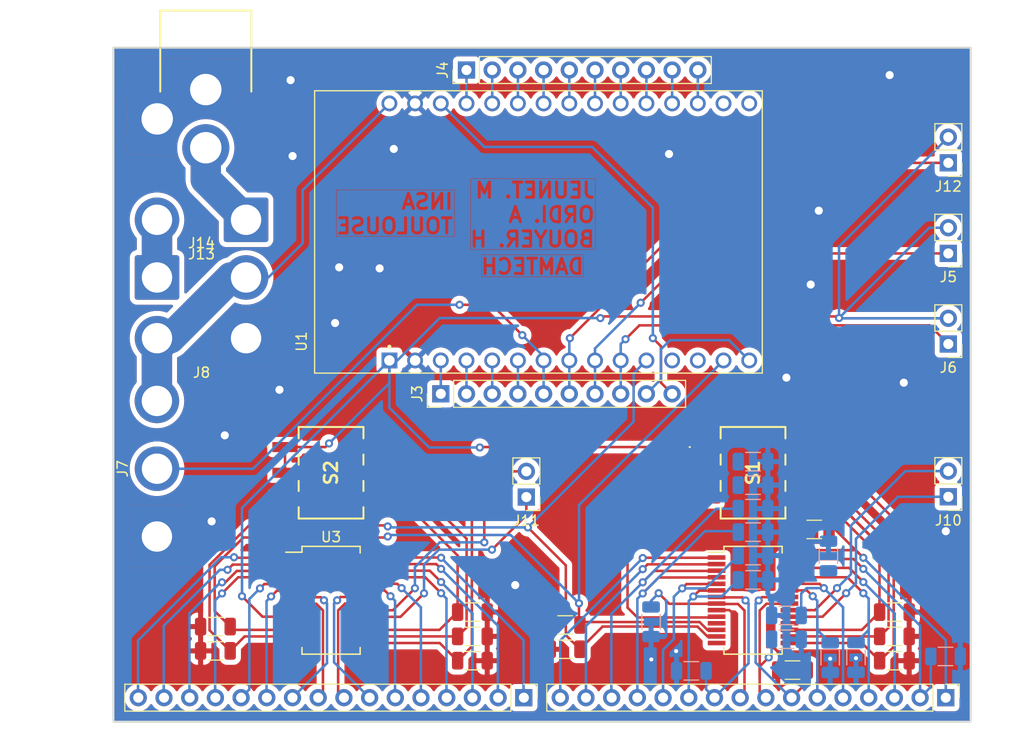
<source format=kicad_pcb>
(kicad_pcb (version 20221018) (generator pcbnew)
  (layers (0 "F.Cu" signal) (31 "B.Cu" signal) (34 "B.Paste" user) (35 "F.Paste" user) (36 "B.SilkS" user "B.Silkscreen") (37 "F.SilkS" user "F.Silkscreen") (38 "B.Mask" user) (39 "F.Mask" user) (44 "Edge.Cuts" user))
  (net 0 "")
  (net 1 "Net-(J1-Pin_1)")
  (net 2 "Net-(J1-Pin_2)")
  (net 3 "Net-(J1-Pin_3)")
  (net 4 "Net-(J1-Pin_4)")
  (net 5 "Net-(J1-Pin_5)")
  (net 6 "Net-(J1-Pin_6)")
  (net 7 "Net-(J1-Pin_7)")
  (net 8 "Net-(J1-Pin_8)")
  (net 9 "Net-(J1-Pin_9)")
  (net 10 "Net-(J1-Pin_10)")
  (net 11 "Net-(J1-Pin_11)")
  (net 12 "Net-(J1-Pin_12)")
  (net 13 "Net-(J1-Pin_13)")
  (net 14 "Net-(J1-Pin_14)")
  (net 15 "Net-(J1-Pin_15)")
  (net 16 "Net-(J1-Pin_16)")
  (net 17 "Net-(J2-Pin_1)")
  (net 18 "Net-(J2-Pin_2)")
  (net 19 "Net-(J2-Pin_3)")
  (net 20 "Net-(J2-Pin_4)")
  (net 21 "Net-(J2-Pin_5)")
  (net 22 "Net-(J2-Pin_6)")
  (net 23 "Net-(J2-Pin_7)")
  (net 24 "Net-(J2-Pin_8)")
  (net 25 "Net-(J2-Pin_9)")
  (net 26 "Net-(J2-Pin_10)")
  (net 27 "Net-(J2-Pin_11)")
  (net 28 "Net-(J2-Pin_12)")
  (net 29 "Net-(J2-Pin_13)")
  (net 30 "Net-(J2-Pin_14)")
  (net 31 "Net-(J2-Pin_15)")
  (net 32 "Net-(J2-Pin_16)")
  (net 33 "/COLL_IN_1")
  (net 34 "/COLL_IN_2")
  (net 35 "/COLL_IN_3")
  (net 36 "/COLL_IN_4")
  (net 37 "/COLL_IN_5")
  (net 38 "/BP 3")
  (net 39 "/BP 2")
  (net 40 "/BP 1")
  (net 41 "/COLL_IN_9")
  (net 42 "/COLL_IN_10")
  (net 43 "/LIGN_IN_1")
  (net 44 "/LIGN_IN_2")
  (net 45 "/LIGN_IN_3")
  (net 46 "/LIGN_IN_4")
  (net 47 "/LIGN_IN_5")
  (net 48 "/LIGN_IN_6")
  (net 49 "/LIGN_IN_7")
  (net 50 "/LIGN_IN_8")
  (net 51 "/LIGN_IN_9")
  (net 52 "/LIGN_IN_10")
  (net 53 "/3.3")
  (net 54 "/5V")
  (net 55 "GND")
  (net 56 "Net-(J10-Pin_1)")
  (net 57 "Net-(J10-Pin_2)")
  (net 58 "Net-(J11-Pin_1)")
  (net 59 "Net-(J11-Pin_2)")
  (net 60 "/MCP23017_SS I2C SDA")
  (net 61 "/MCP23017_SS I2C SCK")
  (net 62 "Net-(S2-NO_1)")
  (net 63 "Net-(S2-NO_2)")
  (net 64 "Net-(S2-NO_3)")
  (net 65 "Net-(S1-NO_1)")
  (net 66 "Net-(S1-NO_2)")
  (net 67 "Net-(S1-NO_3)")
  (net 78 "Net-(J13-Pin_1)")
  (net 79 "Net-(J13-Pin_2)")
  (footprint "Resistor_SMD:R_1206_3216Metric" (layer "F.Cu") (at 142.25 124.9 180)
    (fp_text reference "R9" hide)
    (fp_text value "10k" hide)
  )
  (footprint "151-7620E-E:1517620EE" (layer "F.Cu") (at 82.12 87.18)
    (fp_text reference "J9" hide)
    (fp_text value "151-7620E-E" hide)
  )
  (footprint "Connector_PinHeader_2.54mm:PinHeader_1x02_P2.54mm_Vertical" (layer "F.Cu") (at 155.5 121.675 180)
    (fp_text reference "J10")
    (fp_text value "INTAB MCP23017 1")
  )
  (footprint "Resistor_SMD:R_1206_3216Metric" (layer "F.Cu") (at 150.17 137.868735)
    (fp_text reference "R11" hide)
    (fp_text value "10k" hide)
  )
  (footprint "CFS-0302TB:CFS0302TB" (layer "F.Cu") (at 136.2 119.3 -90)
    (fp_text reference "S1")
    (fp_text value "CFS-0302TB" hide)
  )
  (footprint "Connector_PinHeader_2.54mm:PinHeader_1x10_P2.54mm_Vertical" (layer "F.Cu") (at 105.345 111.5 90)
    (fp_text reference "J3")
    (fp_text value "Conn_01x10_Pin")
  )
  (footprint "Resistor_SMD:R_1206_3216Metric" (layer "F.Cu") (at 117.63 136.74 180)
    (fp_text reference "R1" hide)
    (fp_text value "10k" hide)
  )
  (footprint "Connector_PinHeader_2.54mm:PinHeader_1x02_P2.54mm_Vertical" (layer "F.Cu") (at 155.5 97.625 180)
    (fp_text reference "J5")
    (fp_text value "BP 2")
  )
  (footprint "Resistor_SMD:R_1206_3216Metric" (layer "F.Cu") (at 117.63 134.34 180)
    (fp_text reference "R2" hide)
    (fp_text value "10k" hide)
  )
  (footprint "Connector_PinHeader_2.54mm:PinHeader_1x02_P2.54mm_Vertical" (layer "F.Cu") (at 155.5 88.675 180)
    (fp_text reference "J12")
    (fp_text value "BP 3")
  )
  (footprint "Connector_PinHeader_2.54mm:PinHeader_1x16_P2.54mm_Vertical" (layer "F.Cu") (at 155.25 141.525 -90)
    (fp_text reference "J1" hide)
    (fp_text value "Conn_01x16_Pin" hide)
  )
  (footprint "ESP32-DEVKITC-32D:MODULE_ESP32-DEVKITC-32D" (layer "F.Cu") (at 120.025 95.5 90)
    (fp_text reference "U1")
    (fp_text value "ESP32-DEVKITC-32D")
  )
  (footprint "Connector_PinHeader_2.54mm:PinHeader_1x02_P2.54mm_Vertical" (layer "F.Cu") (at 155.5 106.575 180)
    (fp_text reference "J6")
    (fp_text value "BP 1")
  )
  (footprint "Connector_Wire:SolderWire-2.5sqmm_1x03_P8.8mm_D2.4mm_OD4.4mm" (layer "F.Cu") (at 77.3 127.7 90)
    (fp_text reference "J7")
    (fp_text value "LED PIN")
  )
  (footprint "Connector_PinHeader_2.54mm:PinHeader_1x16_P2.54mm_Vertical" (layer "F.Cu") (at 113.55 141.525 -90)
    (fp_text reference "J2" hide)
    (fp_text value "Conn_01x16_Pin" hide)
  )
  (footprint "Connector_Wire:SolderWire-2.5sqmm_1x02_P8.8mm_D2.4mm_OD4.4mm" (layer "F.Cu") (at 86.1 94.3 180)
    (fp_text reference "J13")
    (fp_text value "FUZE")
  )
  (footprint "Resistor_SMD:R_1206_3216Metric" (layer "F.Cu") (at 150.17 135.468735)
    (fp_text reference "R12" hide)
    (fp_text value "10k" hide)
  )
  (footprint "Package_SO:SSOP-28_5.3x10.2mm_P0.65mm" (layer "F.Cu") (at 136.2 131.9)
    (fp_text reference "U2" hide)
    (fp_text value "MCP23017_SS 1")
  )
  (footprint "Resistor_SMD:R_1206_3216Metric" (layer "F.Cu") (at 150.17 133.068735)
    (fp_text reference "R13" hide)
    (fp_text value "10k" hide)
  )
  (footprint "Connector_Wire:SolderWire-2.5sqmm_1x02_P8.8mm_D2.4mm_OD4.4mm" (layer "F.Cu") (at 77.3 100)
    (fp_text reference "J14")
    (fp_text value "INT")
  )
  (footprint "Resistor_SMD:R_1206_3216Metric" (layer "F.Cu") (at 108.47 137.868735)
    (fp_text reference "R5" hide)
    (fp_text value "10k" hide)
  )
  (footprint "Connector_PinHeader_2.54mm:PinHeader_1x02_P2.54mm_Vertical" (layer "F.Cu") (at 113.8 121.7 180)
    (fp_text reference "J11")
    (fp_text value "INTAB MCP23017 2")
  )
  (footprint "Resistor_SMD:R_1206_3216Metric" (layer "F.Cu") (at 140.1 138.8 180)
    (fp_text reference "R18" hide)
    (fp_text value "10k" hide)
  )
  (footprint "Resistor_SMD:R_1206_3216Metric" (layer "F.Cu") (at 83.07 136.9 180)
    (fp_text reference "R3" hide)
    (fp_text value "10k" hide)
  )
  (footprint "Resistor_SMD:R_1206_3216Metric" (layer "F.Cu") (at 108.47 133.068735)
    (fp_text reference "R7" hide)
    (fp_text value "10k" hide)
  )
  (footprint "Resistor_SMD:R_1206_3216Metric" (layer "F.Cu") (at 108.47 135.468735)
    (fp_text reference "R6" hide)
    (fp_text value "10k" hide)
  )
  (footprint "Connector_PinHeader_2.54mm:PinHeader_1x10_P2.54mm_Vertical" (layer "F.Cu") (at 107.885 79.5 90)
    (fp_text reference "J4")
    (fp_text value "Conn_01x10_Pin")
  )
  (footprint "CFS-0302TB:CFS0302TB" (layer "F.Cu") (at 94.5 119.3 -90)
    (fp_text reference "S2")
    (fp_text value "CFS-0302TB" hide)
  )
  (footprint "Connector_Wire:SolderWire-2.5sqmm_1x02_P8.8mm_D2.4mm_OD4.4mm" (layer "F.Cu") (at 86.1 106 180)
    (fp_text reference "J8")
    (fp_text value "SEC ALIM LED")
  )
  (footprint "Package_SO:SSOP-28_5.3x10.2mm_P0.65mm" (layer "F.Cu") (at 94.5 131.9)
    (fp_text reference "U3")
    (fp_text value "MCP23017_SS 2")
  )
  (footprint "Resistor_SMD:R_1206_3216Metric" (layer "F.Cu") (at 83.07 134.5 180)
    (fp_text reference "R4" hide)
    (fp_text value "10k" hide)
  )
  (footprint "Resistor_SMD:R_1206_3216Metric" (layer "B.Cu") (at 126.125 134.025 -90)
    (fp_text reference "R20" hide)
    (fp_text value "10k" hide)
  )
  (footprint "Resistor_SMD:R_1206_3216Metric" (layer "B.Cu") (at 155.225 137.45)
    (fp_text reference "R10" hide)
    (fp_text value "10k" hide)
  )
  (footprint "Resistor_SMD:R_1206_3216Metric" (layer "B.Cu") (at 136.2 122.845452)
    (fp_text reference "R25" hide)
    (fp_text value "10k" hide)
  )
  (footprint "Resistor_SMD:R_1206_3216Metric" (layer "B.Cu") (at 136.2 127.486358)
    (fp_text reference "R23" hide)
    (fp_text value "10k" hide)
  )
  (footprint "Resistor_SMD:R_1206_3216Metric" (layer "B.Cu") (at 136.2 125.165904)
    (fp_text reference "R24" hide)
    (fp_text value "10k" hide)
  )
  (footprint "Resistor_SMD:R_1206_3216Metric" (layer "B.Cu") (at 143.825 137.575 -90)
    (fp_text reference "R17" hide)
    (fp_text value "10k" hide)
  )
  (footprint "Resistor_SMD:R_1206_3216Metric" (layer "B.Cu") (at 136.2 120.525)
    (fp_text reference "R26" hide)
    (fp_text value "10k" hide)
  )
  (footprint "Resistor_SMD:R_1206_3216Metric" (layer "B.Cu") (at 146.375 137.55 -90)
    (fp_text reference "R15" hide)
    (fp_text value "10k" hide)
  )
  (footprint "Resistor_SMD:R_1206_3216Metric" (layer "B.Cu") (at 139.5 135.75)
    (fp_text reference "R19" hide)
    (fp_text value "10k" hide)
  )
  (footprint "Resistor_SMD:R_1206_3216Metric" (layer "B.Cu") (at 143.65 127.525 90)
    (fp_text reference "R14" hide)
    (fp_text value "10k" hide)
  )
  (footprint "Resistor_SMD:R_1206_3216Metric" (layer "B.Cu") (at 136.2 118.2)
    (fp_text reference "R27" hide)
    (fp_text value "10k" hide)
  )
  (footprint "Resistor_SMD:R_1206_3216Metric" (layer "B.Cu") (at 130.1 138.875 180)
    (fp_text reference "R21" hide)
    (fp_text value "10k" hide)
  )
  (footprint "Resistor_SMD:R_1206_3216Metric" (layer "B.Cu") (at 136.2 129.885938)
    (fp_text reference "R22" hide)
    (fp_text value "10k" hide)
  )
  (footprint "Resistor_SMD:R_1206_3216Metric" (layer "B.Cu") (at 139.5 133.4 180)
    (fp_text reference "R16" hide)
    (fp_text value "10k" hide)
  )
  (gr_rect (start 73 77.3) (end 157.7 143.9) (stroke (width 0.2)) (fill none) (layer "Edge.Cuts"))
  (gr_text "JEUNET. M\nORDI. A\nBOUYER. H" (at 120.7 97.1) (layer "B.Cu" knockout) (effects (font (size 1.5 1.5) (thickness 0.3) bold) (justify left bottom mirror)))
  (gr_text "INSA\nTOULOUSE" (at 106.7 95.8) (layer "B.Cu" knockout) (effects (font (size 1.5 1.5) (thickness 0.3) bold) (justify left bottom mirror)))
  (gr_text "DAMTECH" (at 119.628571 99.8) (layer "B.Cu" knockout) (effects (font (size 1.5 1.5) (thickness 0.3) bold) (justify left bottom mirror)))
  (segment (start 146.35 126.95) (end 140.525 126.95) (width 0.25) (layer "F.Cu") (net 1))
  (segment (start 143.7125 124.9) (end 144.3 124.9) (width 0.25) (layer "F.Cu") (net 1))
  (segment (start 140.525 126.95) (end 139.8 127.675) (width 0.25) (layer "F.Cu") (net 1))
  (segment (start 147.1 127.7) (end 146.35 126.95) (width 0.25) (layer "F.Cu") (net 1))
  (segment (start 144.3 124.9) (end 147.1 127.7) (width 0.25) (layer "F.Cu") (net 1))
  (via (at 147.1 127.7) (size 0.8) (drill 0.4) (layers "F.Cu" "B.Cu") (net 1))
  (segment (start 155.25 135.85) (end 147.1 127.7) (width 0.25) (layer "B.Cu") (net 1))
  (segment (start 155.25 141.525) (end 155.25 135.85) (width 0.25) (layer "B.Cu") (net 1))
  (segment (start 147.1 128.8) (end 146.125 127.825) (width 0.25) (layer "F.Cu") (net 2))
  (segment (start 146.125 127.825) (end 141.20962 127.825) (width 0.25) (layer "F.Cu") (net 2))
  (segment (start 140.70962 128.325) (end 139.8 128.325) (width 0.25) (layer "F.Cu") (net 2))
  (segment (start 141.20962 127.825) (end 140.70962 128.325) (width 0.25) (layer "F.Cu") (net 2))
  (via (at 147.1 128.8) (size 0.8) (drill 0.4) (layers "F.Cu" "B.Cu") (net 2))
  (segment (start 152.71 141.525) (end 152.71 134.41) (width 0.25) (layer "B.Cu") (net 2))
  (segment (start 152.71 134.41) (end 147.1 128.8) (width 0.25) (layer "B.Cu") (net 2))
  (segment (start 153.7625 137.45) (end 153.7625 140.4725) (width 0.25) (layer "B.Cu") (net 2))
  (segment (start 153.7625 140.4725) (end 152.71 141.525) (width 0.25) (layer "B.Cu") (net 2))
  (segment (start 140.70962 128.975) (end 140.98462 128.7) (width 0.25) (layer "F.Cu") (net 3))
  (segment (start 145.7 128.7) (end 147.1 130.1) (width 0.25) (layer "F.Cu") (net 3))
  (segment (start 139.8 128.975) (end 140.70962 128.975) (width 0.25) (layer "F.Cu") (net 3))
  (segment (start 140.98462 128.7) (end 145.7 128.7) (width 0.25) (layer "F.Cu") (net 3))
  (via (at 147.1 130.1) (size 0.8) (drill 0.4) (layers "F.Cu" "B.Cu") (net 3))
  (segment (start 150.2 133.2) (end 147.1 130.1) (width 0.25) (layer "B.Cu") (net 3))
  (segment (start 150.17 141.525) (end 150.2 141.495) (width 0.25) (layer "B.Cu") (net 3))
  (segment (start 150.2 141.495) (end 150.2 133.2) (width 0.25) (layer "B.Cu") (net 3))
  (segment (start 145.525 129.625) (end 139.8 129.625) (width 0.25) (layer "F.Cu") (net 4))
  (segment (start 147.1 131.2) (end 145.525 129.625) (width 0.25) (layer "F.Cu") (net 4))
  (via (at 147.1 131.2) (size 0.8) (drill 0.4) (layers "F.Cu" "B.Cu") (net 4))
  (segment (start 147.63 131.73) (end 147.1 131.2) (width 0.25) (layer "B.Cu") (net 4))
  (segment (start 147.63 132.625) (end 147.63 131.73) (width 0.25) (layer "B.Cu") (net 4))
  (segment (start 146.375 136.0875) (end 147.63 134.8325) (width 0.25) (layer "B.Cu") (net 4))
  (segment (start 147.63 141.525) (end 147.63 132.625) (width 0.25) (layer "B.Cu") (net 4))
  (segment (start 147.63 134.8325) (end 147.63 132.625) (width 0.25) (layer "B.Cu") (net 4))
  (segment (start 142.775 130.275) (end 143.2 130.7) (width 0.25) (layer "F.Cu") (net 5))
  (segment (start 139.8 130.275) (end 142.775 130.275) (width 0.25) (layer "F.Cu") (net 5))
  (via (at 143.2 130.7) (size 0.8) (drill 0.4) (layers "F.Cu" "B.Cu") (net 5))
  (segment (start 141.5 130.7) (end 143.2 130.7) (width 0.25) (layer "B.Cu") (net 5))
  (segment (start 140.9625 131.2375) (end 141.5 130.7) (width 0.25) (layer "B.Cu") (net 5))
  (segment (start 143.2 130.7) (end 145.1 132.6) (width 0.25) (layer "B.Cu") (net 5))
  (segment (start 145.1 141.515) (end 145.09 141.525) (width 0.25) (layer "B.Cu") (net 5))
  (segment (start 140.9625 133.4) (end 140.9625 131.2375) (width 0.25) (layer "B.Cu") (net 5))
  (segment (start 145.1 132.6) (end 145.1 141.515) (width 0.25) (layer "B.Cu") (net 5))
  (segment (start 139.8 130.925) (end 141.525 130.925) (width 0.25) (layer "F.Cu") (net 6))
  (segment (start 141.525 130.925) (end 142.1 131.5) (width 0.25) (layer "F.Cu") (net 6))
  (via (at 142.1 131.5) (size 0.8) (drill 0.4) (layers "F.Cu" "B.Cu") (net 6))
  (segment (start 142.55 133.475) (end 142.55 134.2) (width 0.25) (layer "B.Cu") (net 6))
  (segment (start 142.55 134.8375) (end 142.55 133.475) (width 0.25) (layer "B.Cu") (net 6))
  (segment (start 142.55 131.95) (end 142.55 133.475) (width 0.25) (layer "B.Cu") (net 6))
  (segment (start 143.825 136.1125) (end 142.55 134.8375) (width 0.25) (layer "B.Cu") (net 6))
  (segment (start 142.1 131.5) (end 142.55 131.95) (width 0.25) (layer "B.Cu") (net 6))
  (segment (start 142.55 134.2) (end 142.55 141.525) (width 0.25) (layer "B.Cu") (net 6))
  (segment (start 142.55 134.8375) (end 142.55 134.2) (width 0.25) (layer "B.Cu") (net 6))
  (segment (start 140.01 141.525) (end 141.5625 139.9725) (width 0.25) (layer "F.Cu") (net 7))
  (segment (start 139.7325 131.5925) (end 137.082494 131.5925) (width 0.25) (layer "F.Cu") (net 7))
  (segment (start 141.5625 139.9725) (end 141.5625 138.8) (width 0.25) (layer "F.Cu") (net 7))
  (segment (start 137.082494 131.5925) (end 136.7575 131.917494) (width 0.25) (layer "F.Cu") (net 7))
  (via (at 136.7575 131.917494) (size 0.8) (drill 0.4) (layers "F.Cu" "B.Cu") (net 7))
  (segment (start 139.9425 141.5425) (end 136.4575 138.0575) (width 0.25) (layer "B.Cu") (net 7))
  (segment (start 136.4575 138.0575) (end 136.4575 132.217494) (width 0.25) (layer "B.Cu") (net 7))
  (segment (start 136.4575 132.217494) (end 136.7575 131.917494) (width 0.25) (layer "B.Cu") (net 7))
  (segment (start 137.5325 132.2425) (end 136.8575 132.9175) (width 0.25) (layer "F.Cu") (net 8))
  (segment (start 139.7325 132.2425) (end 137.5325 132.2425) (width 0.25) (layer "F.Cu") (net 8))
  (segment (start 136.8575 139.6) (end 136.8575 140.9975) (width 0.25) (layer "F.Cu") (net 8))
  (segment (start 136.8575 140.9975) (end 137.4025 141.5425) (width 0.25) (layer "F.Cu") (net 8))
  (segment (start 137.752048 137.548282) (end 136.8575 138.44283) (width 0.25) (layer "F.Cu") (net 8))
  (segment (start 136.8575 132.9175) (end 136.8575 139.6) (width 0.25) (layer "F.Cu") (net 8))
  (segment (start 136.8575 138.44283) (end 136.8575 139.6) (width 0.25) (layer "F.Cu") (net 8))
  (via (at 137.752048 137.548282) (size 0.8) (drill 0.4) (layers "F.Cu" "B.Cu") (net 8))
  (segment (start 138.0375 137.26283) (end 137.752048 137.548282) (width 0.25) (layer "B.Cu") (net 8))
  (segment (start 138.0375 135.75) (end 138.0375 137.26283) (width 0.25) (layer "B.Cu") (net 8))
  (segment (start 134.7075 132.2675) (end 135.3575 132.9175) (width 0.25) (layer "F.Cu") (net 9))
  (segment (start 127.925 132.25) (end 132.575 132.25) (width 0.25) (layer "F.Cu") (net 9))
  (segment (start 126.875 131.2) (end 127.925 132.25) (width 0.25) (layer "F.Cu") (net 9))
  (segment (start 135.3575 132.9175) (end 135.3575 141.0725) (width 0.25) (layer "F.Cu") (net 9))
  (segment (start 135.3575 141.0725) (end 134.8625 141.5675) (width 0.25) (layer "F.Cu") (net 9))
  (segment (start 132.575 132.25) (end 132.6 132.225) (width 0.25) (layer "F.Cu") (net 9))
  (segment (start 132.5325 132.2675) (end 134.7075 132.2675) (width 0.25) (layer "F.Cu") (net 9))
  (via (at 126.875 131.2) (size 0.8) (drill 0.4) (layers "F.Cu" "B.Cu") (net 9))
  (segment (start 126.125 131.95) (end 126.875 131.2) (width 0.25) (layer "B.Cu") (net 9))
  (segment (start 126.125 132.5625) (end 126.125 131.95) (width 0.25) (layer "B.Cu") (net 9))
  (segment (start 135.1575 131.6175) (end 135.4575 131.9175) (width 0.25) (layer "F.Cu") (net 10))
  (segment (start 132.5325 131.6175) (end 135.1575 131.6175) (width 0.25) (layer "F.Cu") (net 10))
  (via (at 135.4575 131.9175) (size 0.8) (drill 0.4) (layers "F.Cu" "B.Cu") (net 10))
  (segment (start 131.5625 140.6975) (end 132.39 141.525) (width 0.25) (layer "B.Cu") (net 10))
  (segment (start 135.7575 132.2175) (end 135.4575 131.9175) (width 0.25) (layer "B.Cu") (net 10))
  (segment (start 131.5625 138.875) (end 131.5625 140.6975) (width 0.25) (layer "B.Cu") (net 10))
  (segment (start 135.7575 138.1325) (end 135.7575 132.2175) (width 0.25) (layer "B.Cu") (net 10))
  (segment (start 132.3225 141.5675) (end 135.7575 138.1325) (width 0.25) (layer "B.Cu") (net 10))
  (segment (start 132.6 130.95) (end 130.875 130.95) (width 0.25) (layer "F.Cu") (net 11))
  (segment (start 130.875 130.95) (end 130.3 131.525) (width 0.25) (layer "F.Cu") (net 11))
  (via (at 130.3 131.525) (size 0.8) (drill 0.4) (layers "F.Cu" "B.Cu") (net 11))
  (segment (start 134.7375 129.885938) (end 133.098438 131.525) (width 0.25) (layer "B.Cu") (net 11))
  (segment (start 129.85 131.975) (end 129.85 141.55) (width 0.25) (layer "B.Cu") (net 11))
  (segment (start 133.098438 131.525) (end 130.3 131.525) (width 0.25) (layer "B.Cu") (net 11))
  (segment (start 130.3 131.525) (end 129.85 131.975) (width 0.25) (layer "B.Cu") (net 11))
  (segment (start 132.6 130.3) (end 129.625 130.3) (width 0.25) (layer "F.Cu") (net 12))
  (segment (start 129.625 130.3) (end 129.2 130.725) (width 0.25) (layer "F.Cu") (net 12))
  (via (at 129.2 130.725) (size 0.8) (drill 0.4) (layers "F.Cu" "B.Cu") (net 12))
  (segment (start 134.7375 127.486358) (end 131.498858 130.725) (width 0.25) (layer "B.Cu") (net 12))
  (segment (start 127.31 141.525) (end 127.31 136.79) (width 0.25) (layer "B.Cu") (net 12))
  (segment (start 128.375 135.725) (end 128.375 131.55) (width 0.25) (layer "B.Cu") (net 12))
  (segment (start 128.375 131.55) (end 129.2 130.725) (width 0.25) (layer "B.Cu") (net 12))
  (segment (start 127.325 141.535) (end 127.31 141.55) (width 0.25) (layer "B.Cu") (net 12))
  (segment (start 127.31 136.79) (end 128.375 135.725) (width 0.25) (layer "B.Cu") (net 12))
  (segment (start 131.498858 130.725) (end 129.2 130.725) (width 0.25) (layer "B.Cu") (net 12))
  (segment (start 126.875 129.65) (end 132.6 129.65) (width 0.25) (layer "F.Cu") (net 13))
  (segment (start 125.3 131.225) (end 126.875 129.65) (width 0.25) (layer "F.Cu") (net 13))
  (via (at 125.3 131.225) (size 0.8) (drill 0.4) (layers "F.Cu" "B.Cu") (net 13))
  (segment (start 131.453676 125.071324) (end 125.3 131.225) (width 0.25) (layer "B.Cu") (net 13))
  (segment (start 134.7375 125.071324) (end 131.453676 125.071324) (width 0.25) (layer "B.Cu") (net 13))
  (segment (start 124.77 141.55) (end 124.77 131.755) (width 0.25) (layer "B.Cu") (net 13))
  (segment (start 124.77 131.755) (end 125.3 131.225) (width 0.25) (layer "B.Cu") (net 13))
  (segment (start 126.425 129) (end 125.3 130.125) (width 0.25) (layer "F.Cu") (net 14))
  (segment (start 132.6 129) (end 126.425 129) (width 0.25) (layer "F.Cu") (net 14))
  (via (at 125.3 130.125) (size 0.8) (drill 0.4) (layers "F.Cu" "B.Cu") (net 14))
  (segment (start 122.23 141.55) (end 122.2 141.52) (width 0.25) (layer "B.Cu") (net 14))
  (segment (start 122.2 133.225) (end 125.3 130.125) (width 0.25) (layer "B.Cu") (net 14))
  (segment (start 122.2 141.52) (end 122.2 133.225) (width 0.25) (layer "B.Cu") (net 14))
  (segment (start 132.569322 122.855678) (end 125.3 130.125) (width 0.25) (layer "B.Cu") (net 14))
  (segment (start 134.7375 122.855678) (end 132.569322 122.855678) (width 0.25) (layer "B.Cu") (net 14))
  (segment (start 125.775 128.35) (end 132.6 128.35) (width 0.25) (layer "F.Cu") (net 15))
  (segment (start 125.3 128.825) (end 125.775 128.35) (width 0.25) (layer "F.Cu") (net 15))
  (via (at 125.3 128.825) (size 0.8) (drill 0.4) (layers "F.Cu" "B.Cu") (net 15))
  (segment (start 119.69 141.55) (end 119.69 134.435) (width 0.25) (layer "B.Cu") (net 15))
  (segment (start 119.69 134.435) (end 125.3 128.825) (width 0.25) (layer "B.Cu") (net 15))
  (segment (start 125.325 127.7) (end 132.6 127.7) (width 0.25) (layer "F.Cu") (net 16))
  (segment (start 125.3 127.725) (end 125.325 127.7) (width 0.25) (layer "F.Cu") (net 16))
  (via (at 125.3 127.725) (size 0.8) (drill 0.4) (layers "F.Cu" "B.Cu") (net 16))
  (segment (start 117.15 135.875) (end 125.3 127.725) (width 0.25) (layer "B.Cu") (net 16))
  (segment (start 117.15 141.55) (end 117.15 135.875) (width 0.25) (layer "B.Cu") (net 16))
  (segment (start 105.375 127.7) (end 105.35 127.675) (width 0.25) (layer "F.Cu") (net 17))
  (segment (start 105.35 127.675) (end 98.075 127.675) (width 0.25) (layer "F.Cu") (net 17))
  (via (at 105.375 127.7) (size 0.8) (drill 0.4) (layers "F.Cu" "B.Cu") (net 17))
  (segment (start 113.525 141.525) (end 113.525 135.85) (width 0.25) (layer "B.Cu") (net 17))
  (segment (start 113.525 135.85) (end 105.375 127.7) (width 0.25) (layer "B.Cu") (net 17))
  (segment (start 104.9 128.325) (end 98.075 128.325) (width 0.25) (layer "F.Cu") (net 18))
  (segment (start 105.375 128.8) (end 104.9 128.325) (width 0.25) (layer "F.Cu") (net 18))
  (via (at 105.375 128.8) (size 0.8) (drill 0.4) (layers "F.Cu" "B.Cu") (net 18))
  (segment (start 110.985 134.41) (end 105.375 128.8) (width 0.25) (layer "B.Cu") (net 18))
  (segment (start 110.985 141.525) (end 110.985 134.41) (width 0.25) (layer "B.Cu") (net 18))
  (segment (start 98.075 128.975) (end 104.25 128.975) (width 0.25) (layer "F.Cu") (net 19))
  (segment (start 104.25 128.975) (end 105.375 130.1) (width 0.25) (layer "F.Cu") (net 19))
  (via (at 105.375 130.1) (size 0.8) (drill 0.4) (layers "F.Cu" "B.Cu") (net 19))
  (segment (start 108.475 141.495) (end 108.475 133.2) (width 0.25) (layer "B.Cu") (net 19))
  (segment (start 108.445 141.525) (end 108.475 141.495) (width 0.25) (layer "B.Cu") (net 19))
  (segment (start 108.475 133.2) (end 105.375 130.1) (width 0.25) (layer "B.Cu") (net 19))
  (segment (start 105.375 131.2) (end 103.8 129.625) (width 0.25) (layer "F.Cu") (net 20))
  (segment (start 103.8 129.625) (end 98.075 129.625) (width 0.25) (layer "F.Cu") (net 20))
  (via (at 105.375 131.2) (size 0.8) (drill 0.4) (layers "F.Cu" "B.Cu") (net 20))
  (segment (start 105.905 131.73) (end 105.375 131.2) (width 0.25) (layer "B.Cu") (net 20))
  (segment (start 105.905 141.525) (end 105.905 131.73) (width 0.25) (layer "B.Cu") (net 20))
  (segment (start 101.05 130.275) (end 101.475 130.7) (width 0.25) (layer "F.Cu") (net 21))
  (segment (start 98.075 130.275) (end 101.05 130.275) (width 0.25) (layer "F.Cu") (net 21))
  (via (at 101.475 130.7) (size 0.8) (drill 0.4) (layers "F.Cu" "B.Cu") (net 21))
  (segment (start 103.375 141.515) (end 103.365 141.525) (width 0.25) (layer "B.Cu") (net 21))
  (segment (start 101.475 130.7) (end 103.375 132.6) (width 0.25) (layer "B.Cu") (net 21))
  (segment (start 103.375 132.6) (end 103.375 141.515) (width 0.25) (layer "B.Cu") (net 21))
  (segment (start 98.075 130.925) (end 99.8 130.925) (width 0.25) (layer "F.Cu") (net 22))
  (segment (start 99.8 130.925) (end 100.375 131.5) (width 0.25) (layer "F.Cu") (net 22))
  (via (at 100.375 131.5) (size 0.8) (drill 0.4) (layers "F.Cu" "B.Cu") (net 22))
  (segment (start 100.825 131.95) (end 100.825 141.525) (width 0.25) (layer "B.Cu") (net 22))
  (segment (start 100.375 131.5) (end 100.825 131.95) (width 0.25) (layer "B.Cu") (net 22))
  (segment (start 98.075 131.575) (end 95.424994 131.575) (width 0.25) (layer "F.Cu") (net 23))
  (segment (start 95.424994 131.575) (end 95.1 131.899994) (width 0.25) (layer "F.Cu") (net 23))
  (via (at 95.1 131.899994) (size 0.8) (drill 0.4) (layers "F.Cu" "B.Cu") (net 23))
  (segment (start 94.8 132.199994) (end 95.1 131.899994) (width 0.25) (layer "B.Cu") (net 23))
  (segment (start 98.285 141.525) (end 94.8 138.04) (width 0.25) (layer "B.Cu") (net 23))
  (segment (start 94.8 138.04) (end 94.8 132.199994) (width 0.25) (layer "B.Cu") (net 23))
  (segment (start 95.2 140.98) (end 95.745 141.525) (width 0.25) (layer "F.Cu") (net 24))
  (segment (start 95.875 132.225) (end 95.2 132.9) (width 0.25) (layer "F.Cu") (net 24))
  (segment (start 95.2 132.9) (end 95.2 140.98) (width 0.25) (layer "F.Cu") (net 24))
  (segment (start 98.075 132.225) (end 95.875 132.225) (width 0.25) (layer "F.Cu") (net 24))
  (segment (start 93.7 141.055) (end 93.205 141.55) (width 0.25) (layer "F.Cu") (net 25))
  (segment (start 90.875 132.25) (end 93.05 132.25) (width 0.25) (layer "F.Cu") (net 25))
  (segment (start 93.05 132.25) (end 93.7 132.9) (width 0.25) (layer "F.Cu") (net 25))
  (segment (start 93.7 132.9) (end 93.7 141.055) (width 0.25) (layer "F.Cu") (net 25))
  (segment (start 93.5 131.6) (end 93.8 131.9) (width 0.25) (layer "F.Cu") (net 26))
  (segment (start 90.875 131.6) (end 93.5 131.6) (width 0.25) (layer "F.Cu") (net 26))
  (via (at 93.8 131.9) (size 0.8) (drill 0.4) (layers "F.Cu" "B.Cu") (net 26))
  (segment (start 94.1 132.2) (end 93.8 131.9) (width 0.25) (layer "B.Cu") (net 26))
  (segment (start 90.665 141.55) (end 94.1 138.115) (width 0.25) (layer "B.Cu") (net 26))
  (segment (start 94.1 138.115) (end 94.1 132.2) (width 0.25) (layer "B.Cu") (net 26))
  (segment (start 89.15 130.95) (end 88.575 131.525) (width 0.25) (layer "F.Cu") (net 27))
  (segment (start 90.875 130.95) (end 89.15 130.95) (width 0.25) (layer "F.Cu") (net 27))
  (via (at 88.575 131.525) (size 0.8) (drill 0.4) (layers "F.Cu" "B.Cu") (net 27))
  (segment (start 88.575 131.525) (end 88.125 131.975) (width 0.25) (layer "B.Cu") (net 27))
  (segment (start 88.125 131.975) (end 88.125 141.55) (width 0.25) (layer "B.Cu") (net 27))
  (segment (start 90.875 130.3) (end 87.9 130.3) (width 0.25) (layer "F.Cu") (net 28))
  (segment (start 87.9 130.3) (end 87.475 130.725) (width 0.25) (layer "F.Cu") (net 28))
  (via (at 87.475 130.725) (size 0.8) (drill 0.4) (layers "F.Cu" "B.Cu") (net 28))
  (segment (start 87.475 130.725) (end 86.425 131.775) (width 0.25) (layer "B.Cu") (net 28))
  (segment (start 86.425 131.775) (end 86.425 140.71) (width 0.25) (layer "B.Cu") (net 28))
  (segment (start 86.425 140.71) (end 85.585 141.55) (width 0.25) (layer "B.Cu") (net 28))
  (segment (start 85.325 129.625) (end 90.9 129.625) (width 0.25) (layer "F.Cu") (net 29))
  (segment (start 90.9 129.625) (end 90.875 129.6) (width 0.4) (layer "F.Cu") (net 29))
  (segment (start 83.725 131.225) (end 85.325 129.625) (width 0.25) (layer "F.Cu") (net 29))
  (via (at 83.725 131.225) (size 0.8) (drill 0.4) (layers "F.Cu" "B.Cu") (net 29))
  (segment (start 83.045 131.905) (end 83.725 131.225) (width 0.25) (layer "B.Cu") (net 29))
  (segment (start 83.045 141.55) (end 83.045 131.905) (width 0.25) (layer "B.Cu") (net 29))
  (segment (start 84.06184 130.125) (end 83.725 130.125) (width 0.25) (layer "F.Cu") (net 30))
  (segment (start 90.875 129) (end 85.18684 129) (width 0.25) (layer "F.Cu") (net 30))
  (segment (start 85.18684 129) (end 84.06184 130.125) (width 0.25) (layer "F.Cu") (net 30))
  (via (at 83.725 130.125) (size 0.8) (drill 0.4) (layers "F.Cu" "B.Cu") (net 30))
  (segment (start 80.505 133.195) (end 83.575 130.125) (width 0.25) (layer "B.Cu") (net 30))
  (segment (start 83.575 130.125) (end 83.725 130.125) (width 0.25) (layer "B.Cu") (net 30))
  (segment (start 80.505 141.55) (end 80.505 133.195) (width 0.25) (layer "B.Cu") (net 30))
  (segment (start 84.786533 128.375002) (end 84.271797 128.889738) (width 0.25) (layer "F.Cu") (net 31))
  (segment (start 90.875 128.35) (end 90.849998 128.375002) (width 0.25) (layer "F.Cu") (net 31))
  (segment (start 90.849998 128.375002) (end 84.786533 128.375002) (width 0.25) (layer "F.Cu") (net 31))
  (via (at 84.271797 128.889738) (size 0.8) (drill 0.4) (layers "F.Cu" "B.Cu") (net 31))
  (segment (start 83.510262 128.889738) (end 84.271797 128.889738) (width 0.25) (layer "B.Cu") (net 31))
  (segment (start 77.965 141.55) (end 77.965 134.435) (width 0.25) (layer "B.Cu") (net 31))
  (segment (start 77.965 134.435) (end 83.510262 128.889738) (width 0.25) (layer "B.Cu") (net 31))
  (segment (start 90.875 127.7) (end 84.961699 127.7) (width 0.25) (layer "F.Cu") (net 32))
  (segment (start 84.961699 127.7) (end 84.911701 127.650002) (width 0.25) (layer "F.Cu") (net 32))
  (via (at 84.911701 127.650002) (size 0.8) (drill 0.4) (layers "F.Cu" "B.Cu") (net 32))
  (segment (start 75.425 141.55) (end 75.425 135.875) (width 0.25) (layer "B.Cu") (net 32))
  (segment (start 83.649998 127.650002) (end 84.911701 127.650002) (width 0.25) (layer "B.Cu") (net 32))
  (segment (start 75.425 135.875) (end 83.649998 127.650002) (width 0.25) (layer "B.Cu") (net 32))
  (segment (start 105.345 108.2) (end 105.345 111.5) (width 0.25) (layer "B.Cu") (net 33))
  (segment (start 107.885 111.5) (end 107.885 108.2) (width 0.25) (layer "B.Cu") (net 34))
  (segment (start 110.425 108.2) (end 110.425 111.5) (width 0.25) (layer "B.Cu") (net 35))
  (segment (start 112.965 111.5) (end 112.965 108.2) (width 0.25) (layer "B.Cu") (net 36))
  (segment (start 107.2 102.7) (end 110.4 102.7) (width 0.25) (layer "F.Cu") (net 37))
  (segment (start 110.4 102.7) (end 113.4 105.7) (width 0.25) (layer "F.Cu") (net 37))
  (via (at 113.4 105.7) (size 0.8) (drill 0.4) (layers "F.Cu" "B.Cu") (net 37))
  (via (at 107.2 102.7) (size 0.8) (drill 0.4) (layers "F.Cu" "B.Cu") (net 37))
  (segment (start 86.8 118.9) (end 103 102.7) (width 0.25) (layer "B.Cu") (net 37))
  (segment (start 115.505 108.2) (end 115.505 111.5) (width 0.25) (layer "B.Cu") (net 37))
  (segment (start 115.505 107.805) (end 115.505 108.2) (width 0.25) (layer "B.Cu") (net 37))
  (segment (start 113.4 105.7) (end 115.505 107.805) (width 0.25) (layer "B.Cu") (net 37))
  (segment (start 77.3 118.9) (end 86.8 118.9) (width 0.25) (layer "B.Cu") (net 37))
  (segment (start 103 102.7) (end 107.2 102.7) (width 0.25) (layer "B.Cu") (net 37))
  (segment (start 118.1 106) (end 135.425 88.675) (width 0.25) (layer "F.Cu") (net 38))
  (segment (start 135.425 88.675) (end 155.5 88.675) (width 0.25) (layer "F.Cu") (net 38))
  (via (at 118.1 106) (size 0.8) (drill 0.4) (layers "F.Cu" "B.Cu") (net 38))
  (segment (start 118.045 111.5) (end 118.045 108.2) (width 0.25) (layer "B.Cu") (net 38))
  (segment (start 118.045 106.055) (end 118.1 106) (width 0.25) (layer "B.Cu") (net 38))
  (segment (start 118.045 108.2) (end 118.045 106.055) (width 0.25) (layer "B.Cu") (net 38))
  (segment (start 129.975 97.625) (end 125.1 102.5) (width 0.25) (layer "F.Cu") (net 39))
  (segment (start 155.5 97.625) (end 129.975 97.625) (width 0.25) (layer "F.Cu") (net 39))
  (via (at 125.1 102.5) (size 0.8) (drill 0.4) (layers "F.Cu" "B.Cu") (net 39))
  (segment (start 120.585 107.015) (end 120.585 108.2) (width 0.25) (layer "B.Cu") (net 39))
  (segment (start 120.585 108.2) (end 120.585 111.5) (width 0.25) (layer "B.Cu") (net 39))
  (segment (start 125.1 102.5) (end 120.585 107.015) (width 0.25) (layer "B.Cu") (net 39))
  (segment (start 153.657089 104.732089) (end 155.5 106.575) (width 0.25) (layer "F.Cu") (net 40))
  (segment (start 123.125 108.061298) (end 123.125 108.2) (width 0.25) (layer "F.Cu") (net 40))
  (segment (start 123.6 106.1) (end 124.967911 104.732089) (width 0.25) (layer "F.Cu") (net 40))
  (segment (start 124.967911 104.732089) (end 153.657089 104.732089) (width 0.25) (layer "F.Cu") (net 40))
  (via (at 123.6 106.1) (size 0.8) (drill 0.4) (layers "F.Cu" "B.Cu") (net 40))
  (segment (start 123.125 111.5) (end 123.125 108.2) (width 0.25) (layer "B.Cu") (net 40))
  (segment (start 123.125 106.575) (end 123.6 106.1) (width 0.25) (layer "B.Cu") (net 40))
  (segment (start 123.125 108.2) (end 123.125 106.575) (width 0.25) (layer "B.Cu") (net 40))
  (segment (start 127.1 110.065) (end 127.1 107.1) (width 0.25) (layer "B.Cu") (net 41))
  (segment (start 127.1 107.1) (end 128 106.2) (width 0.25) (layer "B.Cu") (net 41))
  (segment (start 125.665 111.5) (end 127.1 110.065) (width 0.25) (layer "B.Cu") (net 41))
  (segment (start 128 106.2) (end 133.825 106.2) (width 0.25) (layer "B.Cu") (net 41))
  (segment (start 133.825 106.2) (end 135.825 108.2) (width 0.25) (layer "B.Cu") (net 41))
  (segment (start 128.205 111.5) (end 127.1 110.395) (width 0.25) (layer "F.Cu") (net 42))
  (segment (start 127.1 106.8) (end 126.3 106) (width 0.25) (layer "F.Cu") (net 42))
  (segment (start 127.1 110.395) (end 127.1 106.8) (width 0.25) (layer "F.Cu") (net 42))
  (via (at 126.3 106) (size 0.8) (drill 0.4) (layers "F.Cu" "B.Cu") (net 42))
  (segment (start 120.3 87.1) (end 109.645 87.1) (width 0.25) (layer "B.Cu") (net 42))
  (segment (start 126.3 106) (end 126.3 93.1) (width 0.25) (layer "B.Cu") (net 42))
  (segment (start 126.3 93.1) (end 120.3 87.1) (width 0.25) (layer "B.Cu") (net 42))
  (segment (start 109.645 87.1) (end 105.345 82.8) (width 0.25) (layer "B.Cu") (net 42))
  (segment (start 107.885 82.8) (end 107.885 79.5) (width 0.25) (layer "B.Cu") (net 43))
  (segment (start 110.425 79.5) (end 110.425 82.8) (width 0.25) (layer "B.Cu") (net 44))
  (segment (start 112.965 82.8) (end 112.965 79.5) (width 0.25) (layer "B.Cu") (net 45))
  (segment (start 115.505 79.5) (end 115.505 82.8) (width 0.25) (layer "B.Cu") (net 46))
  (segment (start 118.045 82.8) (end 118.045 79.5) (width 0.25) (layer "B.Cu") (net 47))
  (segment (start 120.585 79.5) (end 120.585 82.8) (width 0.25) (layer "B.Cu") (net 48))
  (segment (start 123.125 82.8) (end 123.125 79.5) (width 0.25) (layer "B.Cu") (net 49))
  (segment (start 125.665 79.5) (end 125.665 82.8) (width 0.25) (layer "B.Cu") (net 50))
  (segment (start 128.205 79.5) (end 128.205 82.8) (width 0.25) (layer "B.Cu") (net 51))
  (segment (start 130.745 79.5) (end 130.745 82.8) (width 0.25) (layer "B.Cu") (net 52))
  (segment (start 123.8 132.625) (end 124.775 133.6) (width 0.25) (layer "F.Cu") (net 53))
  (segment (start 144.542911 103.85) (end 144.7 104.007089) (width 0.25) (layer "F.Cu") (net 53))
  (segment (start 89.95 121.84) (end 89.95 119.3) (width 0.25) (layer "F.Cu") (net 53))
  (segment (start 155.5 104.035) (end 144.727911 104.035) (width 0.25) (layer "F.Cu") (net 53))
  (segment (start 123.8 127.075) (end 123.8 132.625) (width 0.25) (layer "F.Cu") (net 53))
  (segment (start 121.112653 104.012653) (end 121.275306 103.85) (width 0.25) (layer "F.Cu") (net 53))
  (segment (start 93.94 116.76) (end 89.95 116.76) (width 0.25) (layer "F.Cu") (net 53))
  (segment (start 89.95 119.3) (end 89.95 116.76) (width 0.25) (layer "F.Cu") (net 53))
  (segment (start 94.3 116.4) (end 93.94 116.76) (width 0.25) (layer "F.Cu") (net 53))
  (segment (start 124.775 133.6) (end 132.525 133.6) (width 0.25) (layer "F.Cu") (net 53))
  (segment (start 121.275306 103.85) (end 144.542911 103.85) (width 0.25) (layer "F.Cu") (net 53))
  (segment (start 90.9 133.525) (end 87.725 133.525) (width 0.25) (layer "F.Cu") (net 53))
  (segment (start 144.727911 104.035) (end 144.7 104.007089) (width 0.25) (layer "F.Cu") (net 53))
  (segment (start 131.65 121.84) (end 131.65 119.3) (width 0.25) (layer "F.Cu") (net 53))
  (segment (start 131.65 116.76) (end 131.65 119.3) (width 0.25) (layer "F.Cu") (net 53))
  (segment (start 129.035 121.84) (end 123.8 127.075) (width 0.25) (layer "F.Cu") (net 53))
  (segment (start 131.65 121.84) (end 129.035 121.84) (width 0.25) (layer "F.Cu") (net 53))
  (segment (start 131.65 116.76) (end 109.24 116.76) (width 0.25) (layer "F.Cu") (net 53))
  (segment (start 87.725 133.525) (end 85.7 131.5) (width 0.25) (layer "F.Cu") (net 53))
  (segment (start 132.525 133.6) (end 132.6 133.525) (width 0.25) (layer "F.Cu") (net 53))
  (segment (start 109.24 116.76) (end 109.2 116.8) (width 0.25) (layer "F.Cu") (net 53))
  (via (at 85.7 131.5) (size 0.8) (drill 0.4) (layers "F.Cu" "B.Cu") (net 53))
  (via (at 121.112653 104.012653) (size 0.8) (drill 0.4) (layers "F.Cu" "B.Cu") (net 53))
  (via (at 144.7 104.007089) (size 0.8) (drill 0.4) (layers "F.Cu" "B.Cu") (net 53))
  (via (at 109.2 116.8) (size 0.8) (drill 0.4) (layers "F.Cu" "B.Cu") (net 53))
  (via (at 94.3 116.4) (size 0.8) (drill 0.4) (layers "F.Cu" "B.Cu") (net 53))
  (segment (start 104.2 116.8) (end 109.2 116.8) (width 0.25) (layer "B.Cu") (net 53))
  (segment (start 100.265 108.2) (end 101.045 108.2) (width 0.25) (layer "B.Cu") (net 53))
  (segment (start 144.727911 104.035) (end 144.7 104.007089) (width 0.25) (layer "B.Cu") (net 53))
  (segment (start 144.7 96.935) (end 144.7 104.007089) (width 0.25) (layer "B.Cu") (net 53))
  (segment (start 100.265 110.435) (end 94.3 116.4) (width 0.25) (layer "B.Cu") (net 53))
  (segment (start 100.265 108.2) (end 100.265 110.435) (width 0.25) (layer "B.Cu") (net 53))
  (segment (start 85.7 131.5) (end 85.7 122.765) (width 0.25) (layer "B.Cu") (net 53))
  (segment (start 85.7 122.765) (end 100.265 108.2) (width 0.25) (layer "B.Cu") (net 53))
  (segment (start 101.045 108.2) (end 105.232347 104.012653) (width 0.25) (layer "B.Cu") (net 53))
  (segment (start 155.5 104.035) (end 144.727911 104.035) (width 0.25) (layer "B.Cu") (net 53))
  (segment (start 105.232347 104.012653) (end 121.112653 104.012653) (width 0.25) (layer "B.Cu") (net 53))
  (segment (start 100.265 112.865) (end 104.2 116.8) (width 0.25) (layer "B.Cu") (net 53))
  (segment (start 153.622089 95.085) (end 144.7 104.007089) (width 0.25) (layer "B.Cu") (net 53))
  (segment (start 100.265 108.2) (end 100.265 112.865) (width 0.25) (layer "B.Cu") (net 53))
  (segment (start 155.5 86.135) (end 144.7 96.935) (width 0.25) (layer "B.Cu") (net 53))
  (segment (start 155.5 95.085) (end 153.622089 95.085) (width 0.25) (layer "B.Cu") (net 53))
  (segment (start 84.6 100) (end 86.1 100) (width 3) (layer "F.Cu") (net 54))
  (segment (start 77.3 106) (end 78.6 106) (width 3) (layer "F.Cu") (net 54))
  (segment (start 77.29 106.01) (end 77.3 106) (width 3) (layer "F.Cu") (net 54))
  (segment (start 77.29 112.2) (end 77.29 106.01) (width 3) (layer "F.Cu") (net 54))
  (segment (start 78.6 106) (end 84.6 100) (width 3) (layer "F.Cu") (net 54))
  (segment (start 78.6 106) (end 84.6 100) (width 3) (layer "B.Cu") (net 54))
  (segment (start 91.7 96.6) (end 91.7 91.365) (width 0.25) (layer "B.Cu") (net 54))
  (segment (start 88.3 100) (end 91.7 96.6) (width 0.25) (layer "B.Cu") (net 54))
  (segment (start 86.1 100) (end 88.3 100) (width 0.25) (layer "B.Cu") (net 54))
  (segment (start 91.7 91.365) (end 100.265 82.8) (width 0.25) (layer "B.Cu") (net 54))
  (segment (start 77.29 112.2) (end 77.29 106.01) (width 3) (layer "B.Cu") (net 54))
  (segment (start 77.29 106.01) (end 77.3 106) (width 3) (layer "B.Cu") (net 54))
  (segment (start 84.6 100) (end 86.1 100) (width 3) (layer "B.Cu") (net 54))
  (segment (start 77.3 106) (end 78.6 106) (width 3) (layer "B.Cu") (net 54))
  (segment (start 92.175 132.875) (end 92.7 133.4) (width 0.25) (layer "F.Cu") (net 55))
  (segment (start 92.7 133.4) (end 92.7 134.6) (width 0.25) (layer "F.Cu") (net 55))
  (segment (start 132.6 132.875) (end 133.875 132.875) (width 0.25) (layer "F.Cu") (net 55))
  (segment (start 133.875 132.875) (end 134.4 133.4) (width 0.25) (layer "F.Cu") (net 55))
  (segment (start 90.9 132.875) (end 92.175 132.875) (width 0.25) (layer "F.Cu") (net 55))
  (segment (start 134.4 133.4) (end 134.4 134.6) (width 0.25) (layer "F.Cu") (net 55))
  (via (at 126.15 137.75) (size 0.8) (drill 0.4) (layers "F.Cu" "B.Cu") (net 55))
  (via (at 90.7 88) (size 1.4) (drill 0.8) (layers "F.Cu" "B.Cu") (net 55))
  (via (at 155.25 125.075) (size 1.4) (drill 0.8) (layers "F.Cu" "B.Cu") (net 55))
  (via (at 149.7 80) (size 1.4) (drill 0.8) (layers "F.Cu" "B.Cu") (net 55))
  (via (at 146.375 137.625) (size 0.8) (drill 0.4) (layers "F.Cu" "B.Cu") (net 55))
  (via (at 99.3 99.1) (size 1.4) (drill 0.8) (layers "F.Cu" "B.Cu") (net 55))
  (via (at 142.7 93.4) (size 1.4) (drill 0.8) (layers "F.Cu" "B.Cu") (net 55))
  (via (at 84 115.6) (size 1.4) (drill 0.8) (layers "F.Cu" "B.Cu") (net 55))
  (via (at 141.9 100.7) (size 1.4) (drill 0.8) (layers "F.Cu" "B.Cu") (net 55))
  (via (at 112.7 130.4) (size 1.4) (drill 0.8) (layers "F.Cu" "B.Cu") (net 55))
  (via (at 143.825 137.675) (size 0.8) (drill 0.4) (layers "F.Cu" "B.Cu") (net 55))
  (via (at 89.4 111.1) (size 1.4) (drill 0.8) (layers "F.Cu" "B.Cu") (net 55))
  (via (at 139.5 109.9) (size 1.4) (drill 0.8) (layers "F.Cu" "B.Cu") (net 55))
  (via (at 151.1 110.4) (size 1.4) (drill 0.8) (layers "F.Cu" "B.Cu") (net 55))
  (via (at 128.6 136.925) (size 0.8) (drill 0.4) (layers "F.Cu" "B.Cu") (net 55))
  (via (at 90.5 80.5) (size 1.4) (drill 0.8) (layers "F.Cu" "B.Cu") (net 55))
  (via (at 94.9 104.5) (size 1.4) (drill 0.8) (layers "F.Cu" "B.Cu") (net 55))
  (via (at 95.3 99) (size 1.4) (drill 0.8) (layers "F.Cu" "B.Cu") (net 55))
  (via (at 82.7 124.1) (size 1.4) (drill 0.8) (layers "F.Cu" "B.Cu") (net 55))
  (via (at 127.9 87.8) (size 1.4) (drill 0.8) (layers "F.Cu" "B.Cu") (net 55))
  (via (at 100.7 87.3) (size 1.4) (drill 0.8) (layers "F.Cu" "B.Cu") (net 55))
  (segment (start 88.805 96.74) (end 88.765 96.7) (width 0.25) (layer "B.Cu") (net 55))
  (segment (start 128.6 138.8375) (end 128.6375 138.875) (width 0.25) (layer "B.Cu") (net 55))
  (segment (start 128.6 136.925) (end 128.6 138.8375) (width 0.25) (layer "B.Cu") (net 55))
  (segment (start 139.8 133.525) (end 143.075 133.525) (width 0.25) (layer "F.Cu") (net 56))
  (segment (start 143.075 133.525) (end 145.4 131.2) (width 0.25) (layer "F.Cu") (net 56))
  (via (at 145.4 131.2) (size 0.8) (drill 0.4) (layers "F.Cu" "B.Cu") (net 56))
  (segment (start 150.525 121.675) (end 155.5 121.675) (width 0.25) (layer "B.Cu") (net 56))
  (segment (start 146.375 125.825) (end 150.525 121.675) (width 0.25) (layer "B.Cu") (net 56))
  (segment (start 146.375 130.225) (end 146.375 125.825) (width 0.25) (layer "B.Cu") (net 56))
  (segment (start 145.4 131.2) (end 146.375 130.225) (width 0.25) (layer "B.Cu") (net 56))
  (segment (start 142.325 132.875) (end 144.5 130.7) (width 0.25) (layer "F.Cu") (net 57))
  (segment (start 139.8 132.875) (end 142.325 132.875) (width 0.25) (layer "F.Cu") (net 57))
  (via (at 144.5 130.7) (size 0.8) (drill 0.4) (layers "F.Cu" "B.Cu") (net 57))
  (segment (start 145.875 129.325) (end 145.875 124.525) (width 0.25) (layer "B.Cu") (net 57))
  (segment (start 144.5 130.7) (end 145.875 129.325) (width 0.25) (layer "B.Cu") (net 57))
  (segment (start 151.265 119.135) (end 155.5 119.135) (width 0.25) (layer "B.Cu") (net 57))
  (segment (start 145.875 124.525) (end 151.265 119.135) (width 0.25) (layer "B.Cu") (net 57))
  (segment (start 101.3625 133.5375) (end 103.6875 131.2125) (width 0.25) (layer "F.Cu") (net 58))
  (segment (start 113.8 123.5) (end 113.8 121.7) (width 0.25) (layer "F.Cu") (net 58))
  (segment (start 110.4 126.9) (end 113.8 123.5) (width 0.25) (layer "F.Cu") (net 58))
  (segment (start 98.0875 133.5375) (end 101.3625 133.5375) (width 0.25) (layer "F.Cu") (net 58))
  (via (at 103.6875 131.2125) (size 0.8) (drill 0.4) (layers "F.Cu" "B.Cu") (net 58))
  (via (at 110.4 126.9) (size 0.8) (drill 0.4) (layers "F.Cu" "B.Cu") (net 58))
  (segment (start 105.149695 126.9) (end 110.4 126.9) (width 0.25) (layer "B.Cu") (net 58))
  (segment (start 103.6875 128.362195) (end 105.149695 126.9) (width 0.25) (layer "B.Cu") (net 58))
  (segment (start 103.6875 131.2125) (end 103.6875 128.362195) (width 0.25) (layer "B.Cu") (net 58))
  (segment (start 98.0875 132.8875) (end 100.6125 132.8875) (width 0.25) (layer "F.Cu") (net 59))
  (segment (start 112.54 119.16) (end 109.642438 122.057562) (width 0.25) (layer "F.Cu") (net 59))
  (segment (start 100.6125 132.8875) (end 102.7875 130.7125) (width 0.25) (layer "F.Cu") (net 59))
  (segment (start 113.8 119.16) (end 112.54 119.16) (width 0.25) (layer "F.Cu") (net 59))
  (segment (start 109.642438 122.057562) (end 109.642438 126.175) (width 0.25) (layer "F.Cu") (net 59))
  (via (at 109.642438 126.175) (size 0.8) (drill 0.4) (layers "F.Cu" "B.Cu") (net 59))
  (via (at 102.7875 130.7125) (size 0.8) (drill 0.4) (layers "F.Cu" "B.Cu") (net 59))
  (segment (start 105.238299 126.175) (end 109.642438 126.175) (width 0.25) (layer "B.Cu") (net 59))
  (segment (start 102.7875 128.625799) (end 105.238299 126.175) (width 0.25) (layer "B.Cu") (net 59))
  (segment (start 102.7875 130.7125) (end 102.7875 128.625799) (width 0.25) (layer "B.Cu") (net 59))
  (segment (start 119.0925 136.74) (end 121.3325 134.5) (width 0.25) (layer "F.Cu") (net 60))
  (segment (start 131.69038 135.475) (end 132.6 135.475) (width 0.25) (layer "F.Cu") (net 60))
  (segment (start 86.399274 124.500727) (end 82.495 128.405001) (width 0.25) (layer "F.Cu") (net 60))
  (segment (start 82.495 134.8625) (end 84.5325 136.9) (width 0.25) (layer "F.Cu") (net 60))
  (segment (start 121.3325 134.5) (end 130.71538 134.5) (width 0.25) (layer "F.Cu") (net 60))
  (segment (start 117.7 128.449946) (end 113.950054 124.7) (width 0.25) (layer "F.Cu") (net 60))
  (segment (start 84.5325 136.9) (end 85.9575 135.475) (width 0.25) (layer "F.Cu") (net 60))
  (segment (start 130.71538 134.5) (end 131.69038 135.475) (width 0.25) (layer "F.Cu") (net 60))
  (segment (start 82.495 128.405001) (end 82.495 134.8625) (width 0.25) (layer "F.Cu") (net 60))
  (segment (start 100.00023 124.500727) (end 86.399274 124.500727) (width 0.25) (layer "F.Cu") (net 60))
  (segment (start 85.9575 135.475) (end 90.9 135.475) (width 0.25) (layer "F.Cu") (net 60))
  (segment (start 100.1 124.600497) (end 100.00023 124.500727) (width 0.25) (layer "F.Cu") (net 60))
  (segment (start 119.0925 136.74) (end 117.7 135.3475) (width 0.25) (layer "F.Cu") (net 60))
  (segment (start 117.7 135.3475) (end 117.7 128.449946) (width 0.25) (layer "F.Cu") (net 60))
  (via (at 113.950054 124.7) (size 0.8) (drill 0.4) (layers "F.Cu" "B.Cu") (net 60))
  (via (at 100.1 124.600497) (size 0.8) (drill 0.4) (layers "F.Cu" "B.Cu") (net 60))
  (segment (start 100.199503 124.7) (end 113.950054 124.7) (width 0.25) (layer "B.Cu") (net 60))
  (segment (start 124.4 109.465) (end 125.665 108.2) (width 0.25) (layer "B.Cu") (net 60))
  (segment (start 113.950054 124.7) (end 124.4 114.250054) (width 0.25) (layer "B.Cu") (net 60))
  (segment (start 124.4 114.250054) (end 124.4 109.465) (width 0.25) (layer "B.Cu") (net 60))
  (segment (start 100.1 124.600497) (end 100.199503 124.7) (width 0.25) (layer "B.Cu") (net 60))
  (segment (start 119 134.2475) (end 119.0925 134.34) (width 0.25) (layer "F.Cu") (net 61))
  (segment (start 84.5325 134.5) (end 84.8575 134.825) (width 0.25) (layer "F.Cu") (net 61))
  (segment (start 130.91538 134.05) (end 131.69038 134.825) (width 0.25) (layer "F.Cu") (net 61))
  (segment (start 100.00344 125.69656) (end 100.1 125.6) (width 0.25) (layer "F.Cu") (net 61))
  (segment (start 84.8575 134.825) (end 90.9 134.825) (width 0.25) (layer "F.Cu") (net 61))
  (segment (start 85.839837 125.69656) (end 100.00344 125.69656) (width 0.25) (layer "F.Cu") (net 61))
  (segment (start 119.0925 134.34) (end 119.3825 134.05) (width 0.25) (layer "F.Cu") (net 61))
  (segment (start 119 132.2) (end 119 134.2475) (width 0.25) (layer "F.Cu") (net 61))
  (segment (start 119.3825 134.05) (end 130.91538 134.05) (width 0.25) (layer "F.Cu") (net 61))
  (segment (start 83 132.9675) (end 83 128.536397) (width 0.25) (layer "F.Cu") (net 61))
  (segment (start 131.69038 134.825) (end 132.6 134.825) (width 0.25) (layer "F.Cu") (net 61))
  (segment (start 83 128.536397) (end 85.839837 125.69656) (width 0.25) (layer "F.Cu") (net 61))
  (segment (start 84.5325 134.5) (end 83 132.9675) (width 0.25) (layer "F.Cu") (net 61))
  (via (at 119 132.2) (size 0.8) (drill 0.4) (layers "F.Cu" "B.Cu") (net 61))
  (via (at 100.1 125.6) (size 0.8) (drill 0.4) (layers "F.Cu" "B.Cu") (net 61))
  (segment (start 100.25 125.45) (end 100.1 125.6) (width 0.25) (layer "B.Cu") (net 61))
  (segment (start 119 132.2) (end 119.00605 132.19395) (width 0.25) (layer "B.Cu") (net 61))
  (segment (start 119.00605 132.19395) (end 119.00605 122.47895) (width 0.25) (layer "B.Cu") (net 61))
  (segment (start 112.25 125.45) (end 100.25 125.45) (width 0.25) (layer "B.Cu") (net 61))
  (segment (start 119.00605 122.47895) (end 133.285 108.2) (width 0.25) (layer "B.Cu") (net 61))
  (segment (start 119 132.2) (end 112.25 125.45) (width 0.25) (layer "B.Cu") (net 61))
  (segment (start 107.0075 133.068735) (end 107.0075 127.4725) (width 0.25) (layer "F.Cu") (net 62))
  (segment (start 98.075 134.825) (end 105.226235 134.825) (width 0.25) (layer "F.Cu") (net 62))
  (segment (start 105.226235 134.825) (end 106.9825 133.068735) (width 0.25) (layer "F.Cu") (net 62))
  (segment (start 107.0075 127.4725) (end 101.375 121.84) (width 0.25) (layer "F.Cu") (net 62))
  (segment (start 101.375 121.84) (end 99.05 121.84) (width 0.25) (layer "F.Cu") (net 62))
  (segment (start 98.081265 135.468735) (end 98.075 135.475) (width 0.25) (layer "F.Cu") (net 63))
  (segment (start 101.375 119.3) (end 107.895 125.82) (width 0.25) (layer "F.Cu") (net 63))
  (segment (start 107.895 134.581235) (end 107.0075 135.468735) (width 0.25) (layer "F.Cu") (net 63))
  (segment (start 107.895 125.82) (end 107.895 134.581235) (width 0.25) (layer "F.Cu") (net 63))
  (segment (start 99.05 119.3) (end 101.375 119.3) (width 0.25) (layer "F.Cu") (net 63))
  (segment (start 106.9825 135.468735) (end 98.081265 135.468735) (width 0.25) (layer "F.Cu") (net 63))
  (segment (start 106.9825 137.868735) (end 105.238765 136.125) (width 0.25) (layer "F.Cu") (net 64))
  (segment (start 108.415 136.461235) (end 107.0075 137.868735) (width 0.25) (layer "F.Cu") (net 64))
  (segment (start 105.238765 136.125) (end 98.075 136.125) (width 0.25) (layer "F.Cu") (net 64))
  (segment (start 101.375 116.76) (end 108.415 123.8) (width 0.25) (layer "F.Cu") (net 64))
  (segment (start 108.415 123.8) (end 108.415 136.461235) (width 0.25) (layer "F.Cu") (net 64))
  (segment (start 99.05 116.76) (end 101.375 116.76) (width 0.25) (layer "F.Cu") (net 64))
  (segment (start 140.75 121.84) (end 143.028736 121.84) (width 0.25) (layer "F.Cu") (net 65))
  (segment (start 139.8 134.825) (end 146.951235 134.825) (width 0.25) (layer "F.Cu") (net 65))
  (segment (start 143.028736 121.84) (end 148.69625 127.507514) (width 0.25) (layer "F.Cu") (net 65))
  (segment (start 146.951235 134.825) (end 148.7075 133.068735) (width 0.25) (layer "F.Cu") (net 65))
  (segment (start 148.69625 127.507514) (end 148.69625 133.10375) (width 0.25) (layer "F.Cu") (net 65))
  (segment (start 148.69625 135.50375) (end 149.595 134.605) (width 0.25) (layer "F.Cu") (net 66))
  (segment (start 142.653604 119.3) (end 140.75 119.3) (width 0.25) (layer "F.Cu") (net 66))
  (segment (start 149.595 126.241396) (end 142.653604 119.3) (width 0.25) (layer "F.Cu") (net 66))
  (segment (start 149.595 134.605) (end 149.595 126.241396) (width 0.25) (layer "F.Cu") (net 66))
  (segment (start 139.806265 135.468735) (end 139.8 135.475) (width 0.25) (layer "F.Cu") (net 66))
  (segment (start 148.7075 135.468735) (end 139.806265 135.468735) (width 0.25) (layer "F.Cu") (net 66))
  (segment (start 143.028735 116.76) (end 140.75 116.76) (width 0.25) (layer "F.Cu") (net 67))
  (segment (start 150.10375 123.835015) (end 143.028735 116.76) (width 0.25) (layer "F.Cu") (net 67))
  (segment (start 146.963765 136.125) (end 139.8 136.125) (width 0.25) (layer "F.Cu") (net 67))
  (segment (start 150.10375 136.49625) (end 150.10375 123.835015) (width 0.25) (layer "F.Cu") (net 67))
  (segment (start 148.69625 137.90375) (end 150.10375 136.49625) (width 0.25) (layer "F.Cu") (net 67))
  (segment (start 148.7075 137.868735) (end 146.963765 136.125) (width 0.25) (layer "F.Cu") (net 67))
  (segment (start 82.12 87.18) (end 82.12 90.32) (width 3) (layer "F.Cu") (net 78))
  (segment (start 82.12 90.32) (end 86.1 94.3) (width 3) (layer "F.Cu") (net 78))
  (segment (start 82.12 87.18) (end 82.12 90.32) (width 3) (layer "B.Cu") (net 78))
  (segment (start 82.61 87.18) (end 82.12 87.18) (width 1.5) (layer "B.Cu") (net 78))
  (segment (start 82.12 90.32) (end 86.1 94.3) (width 3) (layer "B.Cu") (net 78))
  (segment (start 77.3 94.3) (end 77.3 100) (width 3) (layer "F.Cu") (net 79))
  (segment (start 77.3 94.3) (end 77.3 100) (width 3) (layer "B.Cu") (net 79))
  (zone (net 55) (net_name "GND") (layers "F&B.Cu") (priority 2) (connect_pads yes (clearance 0.5)) (min_thickness 0.25) (fill yes (thermal_gap 0.1) (thermal_bridge_width 0.9))
    (polygon (pts (xy 86.2 78.4) (xy 74.2 78.3) (xy 74.3 87.8) (xy 78.8 88) (xy 80.3 86.5) (xy 81.9 85.4) (xy 83.7 84.6) (xy 83.6 84.3) (xy 86.2 81.3)))
  )
  (zone (net 55) (net_name "GND") (layers "F&B.Cu") (priority 1) (connect_pads yes (clearance 0.5)) (min_thickness 0.25) (fill yes (thermal_gap 0.1) (thermal_bridge_width 0.9))
    (polygon (pts (xy 83 108.9) (xy 89.2 108.9) (xy 89.2 103.2) (xy 83 103.2)))
  )
  (zone (net 55) (net_name "GND") (layers "F&B.Cu") (connect_pads (clearance 0.5)) (min_thickness 0.25) (fill yes (thermal_gap 0.5) (thermal_bridge_width 0.5))
    (polygon (pts (xy 163 75.5) (xy 69.3 74.8) (xy 70.1 147) (xy 161.3 146.6)))
  )
  (zone (net 55) (net_name "GND") (layers "F&B.Cu") (priority 1) (connect_pads yes (clearance 0.5)) (min_thickness 0.25) (fill yes (thermal_gap 0.1) (thermal_bridge_width 0.9))
    (polygon (pts (xy 80.1 128.7) (xy 80.1 122.5) (xy 74.4 122.5) (xy 74.4 128.7)))
  )
)
</source>
